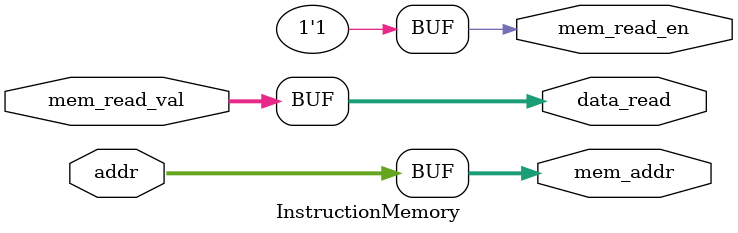
<source format=v>
`ifndef __INSTRUCTIONMEMORY_V__
`define __INSTRUCTIONMEMORY_V__

module InstructionMemory # (
	parameter MEM_WIDTH = 32, // size
	parameter MEM_SIZE = 256 // length
	)	(
	input wire [$clog2(MEM_SIZE)-1:0] addr,
	output wire [MEM_WIDTH-1:0] data_read,

	output wire [$clog2(MEM_SIZE)-1:0] mem_addr,
	output wire mem_read_en,
	input wire [MEM_WIDTH-1:0] mem_read_val
	);

	assign mem_addr = addr;
	assign mem_read_en = 1'b1;
	assign data_read = mem_read_val;

endmodule

`endif /*__INSTRUCTIONMEMORY_V__*/

</source>
